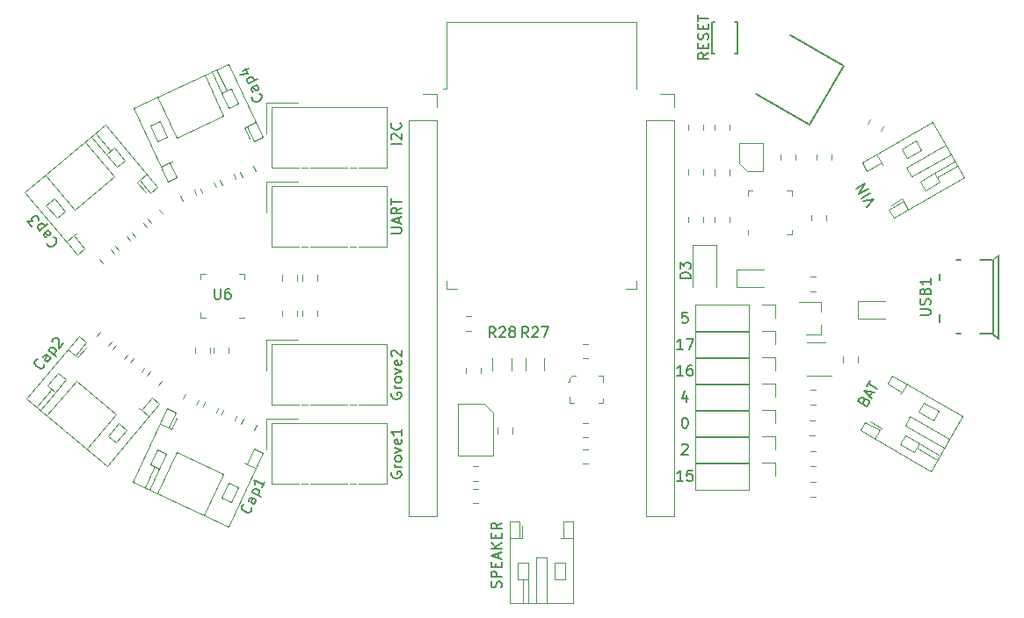
<source format=gbr>
G04 #@! TF.GenerationSoftware,KiCad,Pcbnew,(5.1.2-1)-1*
G04 #@! TF.CreationDate,2019-08-23T12:39:33+12:00*
G04 #@! TF.ProjectId,ccb,6363622e-6b69-4636-9164-5f7063625858,rev?*
G04 #@! TF.SameCoordinates,Original*
G04 #@! TF.FileFunction,Legend,Top*
G04 #@! TF.FilePolarity,Positive*
%FSLAX46Y46*%
G04 Gerber Fmt 4.6, Leading zero omitted, Abs format (unit mm)*
G04 Created by KiCad (PCBNEW (5.1.2-1)-1) date 2019-08-23 12:39:33*
%MOMM*%
%LPD*%
G04 APERTURE LIST*
%ADD10C,0.120000*%
%ADD11C,0.100000*%
%ADD12C,0.127000*%
%ADD13C,0.203200*%
%ADD14C,0.150000*%
G04 APERTURE END LIST*
D10*
X155504011Y-53928000D02*
X155504011Y-57988000D01*
X157774011Y-53928000D02*
X155504011Y-53928000D01*
X157774011Y-57988000D02*
X157774011Y-53928000D01*
D11*
X143668500Y-67080000D02*
X143518500Y-67080000D01*
X143668500Y-66730000D02*
X143668500Y-67080000D01*
X143918500Y-66480000D02*
X143668500Y-66730000D01*
X144218500Y-66480000D02*
X143918500Y-66480000D01*
X146868500Y-66480000D02*
X146868500Y-67130000D01*
X146468500Y-66480000D02*
X146868500Y-66480000D01*
X146868500Y-69180000D02*
X146868500Y-68730000D01*
X146468500Y-69180000D02*
X146868500Y-69180000D01*
X143668500Y-69180000D02*
X143668500Y-68530000D01*
X144068500Y-69180000D02*
X143668500Y-69180000D01*
X184408011Y-55358000D02*
X185018011Y-54853000D01*
D12*
X181318011Y-62478000D02*
X180918291Y-62478000D01*
X184416891Y-62478000D02*
X183243011Y-62478000D01*
X183218011Y-55378000D02*
X184416891Y-55378000D01*
X180910311Y-55378000D02*
X181311631Y-55378000D01*
X179343011Y-57278000D02*
X179343011Y-56653000D01*
X179343011Y-60578000D02*
X179343011Y-61378000D01*
X185018011Y-62978000D02*
X185018011Y-54878000D01*
X184443011Y-62478000D02*
X184443011Y-55378000D01*
X184443011Y-62503000D02*
X185018011Y-62978000D01*
D10*
X135485000Y-69255000D02*
X136285000Y-70055000D01*
X136285000Y-70055000D02*
X136285000Y-74255000D01*
X136285000Y-74255000D02*
X132955000Y-74255000D01*
X132955000Y-74255000D02*
X132955000Y-69255000D01*
X132955000Y-69255000D02*
X135485000Y-69255000D01*
X131850000Y-38815000D02*
X131470000Y-38815000D01*
X131850000Y-32395000D02*
X131850000Y-38815000D01*
X150090000Y-32395000D02*
X150090000Y-38815000D01*
X131850000Y-32395000D02*
X150090000Y-32395000D01*
X150090000Y-58140000D02*
X149090000Y-58140000D01*
X150090000Y-57360000D02*
X150090000Y-58140000D01*
X131850000Y-58140000D02*
X132850000Y-58140000D01*
X131850000Y-57360000D02*
X131850000Y-58140000D01*
X128210000Y-41910000D02*
X130870000Y-41910000D01*
X128210000Y-41910000D02*
X128210000Y-80070000D01*
X128210000Y-80070000D02*
X130870000Y-80070000D01*
X130870000Y-41910000D02*
X130870000Y-80070000D01*
X130870000Y-39310000D02*
X130870000Y-40640000D01*
X129540000Y-39310000D02*
X130870000Y-39310000D01*
X160831000Y-52435000D02*
X160831000Y-52910000D01*
X165051000Y-48690000D02*
X164576000Y-48690000D01*
X165051000Y-49165000D02*
X165051000Y-48690000D01*
X165051000Y-52910000D02*
X164576000Y-52910000D01*
X165051000Y-52435000D02*
X165051000Y-52910000D01*
X160831000Y-48690000D02*
X161306000Y-48690000D01*
X160831000Y-49165000D02*
X160831000Y-48690000D01*
X167892000Y-62540000D02*
X166432000Y-62540000D01*
X167892000Y-59380000D02*
X165732000Y-59380000D01*
X167892000Y-59380000D02*
X167892000Y-60310000D01*
X167892000Y-62540000D02*
X167892000Y-61610000D01*
X112353258Y-42562665D02*
X112607024Y-42444332D01*
X112607024Y-42444332D02*
X113283214Y-43894425D01*
X113283214Y-43894425D02*
X114117017Y-43505616D01*
X114117017Y-43505616D02*
X110812142Y-36418289D01*
X110812142Y-36418289D02*
X101640307Y-40695186D01*
X101640307Y-40695186D02*
X104945182Y-47782513D01*
X104945182Y-47782513D02*
X105778985Y-47393704D01*
X105778985Y-47393704D02*
X105102796Y-45943611D01*
X105102796Y-45943611D02*
X105356562Y-45825278D01*
X108491994Y-37500192D02*
X110334610Y-41451694D01*
X110334610Y-41451694D02*
X105803071Y-43564785D01*
X105803071Y-43564785D02*
X103960455Y-39613283D01*
X113440827Y-42055523D02*
X112607024Y-42444332D01*
X104268993Y-46332420D02*
X105102796Y-45943611D01*
X111754654Y-40237827D02*
X111078465Y-38787734D01*
X111078465Y-38787734D02*
X110172157Y-39210353D01*
X110172157Y-39210353D02*
X110848347Y-40660445D01*
X110848347Y-40660445D02*
X111754654Y-40237827D01*
X103960408Y-43872344D02*
X103284218Y-42422251D01*
X103284218Y-42422251D02*
X104190526Y-41999633D01*
X104190526Y-41999633D02*
X104866715Y-43449726D01*
X104866715Y-43449726D02*
X103960408Y-43872344D01*
X110172157Y-39210353D02*
X109217040Y-37162097D01*
X110625311Y-38999043D02*
X109670194Y-36950788D01*
X112353258Y-42562665D02*
X112866739Y-43663829D01*
X114475000Y-63040000D02*
X117475000Y-63040000D01*
X114475000Y-66040000D02*
X114475000Y-63040000D01*
X122475000Y-69340000D02*
X123075000Y-69340000D01*
X117875000Y-69340000D02*
X118475000Y-69340000D01*
X114975000Y-63490000D02*
X126025000Y-63490000D01*
X114975000Y-69340000D02*
X114975000Y-63490000D01*
X118725000Y-69340000D02*
X122225000Y-69340000D01*
X126025000Y-69340000D02*
X126025000Y-63490000D01*
X114975000Y-69340000D02*
X117625000Y-69340000D01*
X123375000Y-69340000D02*
X126025000Y-69340000D01*
X114475000Y-70660000D02*
X117475000Y-70660000D01*
X114475000Y-73660000D02*
X114475000Y-70660000D01*
X122475000Y-76960000D02*
X123075000Y-76960000D01*
X117875000Y-76960000D02*
X118475000Y-76960000D01*
X114975000Y-71110000D02*
X126025000Y-71110000D01*
X114975000Y-76960000D02*
X114975000Y-71110000D01*
X118725000Y-76960000D02*
X122225000Y-76960000D01*
X126025000Y-76960000D02*
X126025000Y-71110000D01*
X114975000Y-76960000D02*
X117625000Y-76960000D01*
X123375000Y-76960000D02*
X126025000Y-76960000D01*
X114475000Y-47800000D02*
X117475000Y-47800000D01*
X114475000Y-50800000D02*
X114475000Y-47800000D01*
X122475000Y-54100000D02*
X123075000Y-54100000D01*
X117875000Y-54100000D02*
X118475000Y-54100000D01*
X114975000Y-48250000D02*
X126025000Y-48250000D01*
X114975000Y-54100000D02*
X114975000Y-48250000D01*
X118725000Y-54100000D02*
X122225000Y-54100000D01*
X126025000Y-54100000D02*
X126025000Y-48250000D01*
X114975000Y-54100000D02*
X117625000Y-54100000D01*
X123375000Y-54100000D02*
X126025000Y-54100000D01*
X114475000Y-40180000D02*
X117475000Y-40180000D01*
X114475000Y-43180000D02*
X114475000Y-40180000D01*
X122475000Y-46480000D02*
X123075000Y-46480000D01*
X117875000Y-46480000D02*
X118475000Y-46480000D01*
X114975000Y-40630000D02*
X126025000Y-40630000D01*
X114975000Y-46480000D02*
X114975000Y-40630000D01*
X118725000Y-46480000D02*
X122225000Y-46480000D01*
X126025000Y-46480000D02*
X126025000Y-40630000D01*
X114975000Y-46480000D02*
X117625000Y-46480000D01*
X123375000Y-46480000D02*
X126025000Y-46480000D01*
X163509000Y-59630000D02*
X163509000Y-60960000D01*
X162179000Y-59630000D02*
X163509000Y-59630000D01*
X160909000Y-59630000D02*
X160909000Y-62290000D01*
X160909000Y-62290000D02*
X155769000Y-62290000D01*
X160909000Y-59630000D02*
X155769000Y-59630000D01*
X155769000Y-59630000D02*
X155769000Y-62290000D01*
X163509000Y-62170000D02*
X163509000Y-63500000D01*
X162179000Y-62170000D02*
X163509000Y-62170000D01*
X160909000Y-62170000D02*
X160909000Y-64830000D01*
X160909000Y-64830000D02*
X155769000Y-64830000D01*
X160909000Y-62170000D02*
X155769000Y-62170000D01*
X155769000Y-62170000D02*
X155769000Y-64830000D01*
X163509000Y-64710000D02*
X163509000Y-66040000D01*
X162179000Y-64710000D02*
X163509000Y-64710000D01*
X160909000Y-64710000D02*
X160909000Y-67370000D01*
X160909000Y-67370000D02*
X155769000Y-67370000D01*
X160909000Y-64710000D02*
X155769000Y-64710000D01*
X155769000Y-64710000D02*
X155769000Y-67370000D01*
X163509000Y-74870000D02*
X163509000Y-76200000D01*
X162179000Y-74870000D02*
X163509000Y-74870000D01*
X160909000Y-74870000D02*
X160909000Y-77530000D01*
X160909000Y-77530000D02*
X155769000Y-77530000D01*
X160909000Y-74870000D02*
X155769000Y-74870000D01*
X155769000Y-74870000D02*
X155769000Y-77530000D01*
X163509000Y-72330000D02*
X163509000Y-73660000D01*
X162179000Y-72330000D02*
X163509000Y-72330000D01*
X160909000Y-72330000D02*
X160909000Y-74990000D01*
X160909000Y-74990000D02*
X155769000Y-74990000D01*
X160909000Y-72330000D02*
X155769000Y-72330000D01*
X155769000Y-72330000D02*
X155769000Y-74990000D01*
X163509000Y-69790000D02*
X163509000Y-71120000D01*
X162179000Y-69790000D02*
X163509000Y-69790000D01*
X160909000Y-69790000D02*
X160909000Y-72450000D01*
X160909000Y-72450000D02*
X155769000Y-72450000D01*
X160909000Y-69790000D02*
X155769000Y-69790000D01*
X155769000Y-69790000D02*
X155769000Y-72450000D01*
X163509000Y-67250000D02*
X163509000Y-68580000D01*
X162179000Y-67250000D02*
X163509000Y-67250000D01*
X160909000Y-67250000D02*
X160909000Y-69910000D01*
X160909000Y-69910000D02*
X155769000Y-69910000D01*
X160909000Y-67250000D02*
X155769000Y-67250000D01*
X155769000Y-67250000D02*
X155769000Y-69910000D01*
X139094000Y-82182000D02*
X139094000Y-80967000D01*
X139154000Y-86142000D02*
X139154000Y-88402000D01*
X139654000Y-86142000D02*
X139654000Y-88402000D01*
X142254000Y-84542000D02*
X143254000Y-84542000D01*
X142254000Y-86142000D02*
X142254000Y-84542000D01*
X143254000Y-86142000D02*
X142254000Y-86142000D01*
X143254000Y-84542000D02*
X143254000Y-86142000D01*
X139654000Y-84542000D02*
X138654000Y-84542000D01*
X139654000Y-86142000D02*
X139654000Y-84542000D01*
X138654000Y-86142000D02*
X139654000Y-86142000D01*
X138654000Y-84542000D02*
X138654000Y-86142000D01*
X144014000Y-82182000D02*
X143094000Y-82182000D01*
X137894000Y-82182000D02*
X138814000Y-82182000D01*
X141454000Y-84042000D02*
X141454000Y-88402000D01*
X140454000Y-84042000D02*
X141454000Y-84042000D01*
X140454000Y-88402000D02*
X140454000Y-84042000D01*
X143094000Y-82182000D02*
X142814000Y-82182000D01*
X143094000Y-80582000D02*
X143094000Y-82182000D01*
X144014000Y-80582000D02*
X143094000Y-80582000D01*
X144014000Y-88402000D02*
X144014000Y-80582000D01*
X137894000Y-88402000D02*
X144014000Y-88402000D01*
X137894000Y-80582000D02*
X137894000Y-88402000D01*
X138814000Y-80582000D02*
X137894000Y-80582000D01*
X138814000Y-82182000D02*
X138814000Y-80582000D01*
X139094000Y-82182000D02*
X138814000Y-82182000D01*
X105333409Y-71645431D02*
X105846890Y-70544267D01*
X103714219Y-75259767D02*
X102759102Y-77308023D01*
X104167373Y-75471076D02*
X103212256Y-77519332D01*
X110825193Y-76810265D02*
X111731501Y-77232883D01*
X110149004Y-78260357D02*
X110825193Y-76810265D01*
X111055312Y-78682975D02*
X110149004Y-78260357D01*
X111731501Y-77232883D02*
X111055312Y-78682975D01*
X104843562Y-74020984D02*
X103937254Y-73598366D01*
X104167373Y-75471076D02*
X104843562Y-74020984D01*
X103261065Y-75048458D02*
X104167373Y-75471076D01*
X103937254Y-73598366D02*
X103261065Y-75048458D01*
X113417674Y-75415186D02*
X112583871Y-75026377D01*
X104245839Y-71138289D02*
X105079643Y-71527098D01*
X110311456Y-76019016D02*
X108468841Y-79970518D01*
X105779917Y-73905925D02*
X110311456Y-76019016D01*
X103937302Y-77857427D02*
X105779917Y-73905925D01*
X112583871Y-75026377D02*
X112330105Y-74908044D01*
X113260060Y-73576285D02*
X112583871Y-75026377D01*
X114093863Y-73965094D02*
X113260060Y-73576285D01*
X110788989Y-81052421D02*
X114093863Y-73965094D01*
X101617154Y-76775524D02*
X110788989Y-81052421D01*
X104922029Y-69688197D02*
X101617154Y-76775524D01*
X105755832Y-70077006D02*
X104922029Y-69688197D01*
X105079643Y-71527098D02*
X105755832Y-70077006D01*
X105333409Y-71645431D02*
X105079643Y-71527098D01*
X96279212Y-64705449D02*
X97060198Y-63774705D01*
X93779735Y-67777552D02*
X92327035Y-69508813D01*
X94162757Y-68098946D02*
X92710057Y-69830206D01*
X100247111Y-71115673D02*
X101013155Y-71758461D01*
X99218651Y-72341344D02*
X100247111Y-71115673D01*
X99984695Y-72984132D02*
X99218651Y-72341344D01*
X101013155Y-71758461D02*
X99984695Y-72984132D01*
X95191218Y-66873275D02*
X94425173Y-66230487D01*
X94162757Y-68098946D02*
X95191218Y-66873275D01*
X93396713Y-67456158D02*
X94162757Y-68098946D01*
X94425173Y-66230487D02*
X93396713Y-67456158D01*
X103112328Y-70439114D02*
X102407567Y-69847750D01*
X95359958Y-63934104D02*
X96064719Y-64525468D01*
X99955669Y-70218421D02*
X97153115Y-73558375D01*
X96125447Y-67004483D02*
X99955669Y-70218421D01*
X93322893Y-70344436D02*
X96125447Y-67004483D01*
X102407567Y-69847750D02*
X102193075Y-69667769D01*
X103436027Y-68622079D02*
X102407567Y-69847750D01*
X104140788Y-69213443D02*
X103436027Y-68622079D01*
X99114189Y-75203911D02*
X104140788Y-69213443D01*
X91361819Y-68698900D02*
X99114189Y-75203911D01*
X96388418Y-62708433D02*
X91361819Y-68698900D01*
X97093179Y-63299797D02*
X96388418Y-62708433D01*
X96064719Y-64525468D02*
X97093179Y-63299797D01*
X96279212Y-64705449D02*
X96064719Y-64525468D01*
X102041808Y-47853956D02*
X102822795Y-48784700D01*
X99450406Y-44858988D02*
X97997706Y-43127727D01*
X99067384Y-45180382D02*
X97614684Y-43449121D01*
X95039951Y-50648451D02*
X94273907Y-51291238D01*
X94011491Y-49422780D02*
X95039951Y-50648451D01*
X93245446Y-50065567D02*
X94011491Y-49422780D01*
X94273907Y-51291238D02*
X93245446Y-50065567D01*
X100095844Y-46406053D02*
X100861889Y-45763265D01*
X99067384Y-45180382D02*
X100095844Y-46406053D01*
X99833429Y-44537594D02*
X99067384Y-45180382D01*
X100861889Y-45763265D02*
X99833429Y-44537594D01*
X95208692Y-53587622D02*
X95913452Y-52996257D01*
X102961061Y-47082611D02*
X102256300Y-47673976D01*
X95974180Y-50517243D02*
X93171626Y-47177289D01*
X99804403Y-47303305D02*
X95974180Y-50517243D01*
X97001849Y-43963351D02*
X99804403Y-47303305D01*
X95913452Y-52996257D02*
X96127945Y-52816277D01*
X96941913Y-54221928D02*
X95913452Y-52996257D01*
X96237152Y-54813293D02*
X96941913Y-54221928D01*
X91210553Y-48822825D02*
X96237152Y-54813293D01*
X98962922Y-42317815D02*
X91210553Y-48822825D01*
X103989521Y-48308282D02*
X98962922Y-42317815D01*
X103284761Y-48899647D02*
X103989521Y-48308282D01*
X102256300Y-47673976D02*
X103284761Y-48899647D01*
X102041808Y-47853956D02*
X102256300Y-47673976D01*
X173681244Y-71553782D02*
X172629023Y-70946282D01*
X177140704Y-73481820D02*
X179097922Y-74611820D01*
X177390704Y-73048808D02*
X179347922Y-74178808D01*
X177305064Y-69997142D02*
X177805064Y-69131116D01*
X178690704Y-70797142D02*
X177305064Y-69997142D01*
X179190704Y-69931116D02*
X178690704Y-70797142D01*
X177805064Y-69131116D02*
X179190704Y-69931116D01*
X176005064Y-72248808D02*
X175505064Y-73114833D01*
X177390704Y-73048808D02*
X176005064Y-72248808D01*
X176890704Y-73914833D02*
X177390704Y-73048808D01*
X175505064Y-73114833D02*
X176890704Y-73914833D01*
X176141244Y-67292937D02*
X175681244Y-68089680D01*
X173081244Y-72593012D02*
X173541244Y-71796269D01*
X176472051Y-70439962D02*
X180247922Y-72619962D01*
X175972051Y-71305987D02*
X176472051Y-70439962D01*
X179747922Y-73485987D02*
X175972051Y-71305987D01*
X175681244Y-68089680D02*
X175541244Y-68332167D01*
X174295603Y-67289680D02*
X175681244Y-68089680D01*
X174755603Y-66492937D02*
X174295603Y-67289680D01*
X181527922Y-70402937D02*
X174755603Y-66492937D01*
X178467922Y-75703012D02*
X181527922Y-70402937D01*
X171695603Y-71793012D02*
X178467922Y-75703012D01*
X172155603Y-70996269D02*
X171695603Y-71793012D01*
X173541244Y-71796269D02*
X172155603Y-70996269D01*
X173681244Y-71553782D02*
X173541244Y-71796269D01*
X175684244Y-49442782D02*
X174632023Y-50050282D01*
X179083704Y-47410820D02*
X181040922Y-46280820D01*
X178833704Y-46977808D02*
X180790922Y-45847808D01*
X176148064Y-45526142D02*
X175648064Y-44660116D01*
X177533704Y-44726142D02*
X176148064Y-45526142D01*
X177033704Y-43860116D02*
X177533704Y-44726142D01*
X175648064Y-44660116D02*
X177033704Y-43860116D01*
X177448064Y-47777808D02*
X177948064Y-48643833D01*
X178833704Y-46977808D02*
X177448064Y-47777808D01*
X179333704Y-47843833D02*
X178833704Y-46977808D01*
X177948064Y-48643833D02*
X179333704Y-47843833D01*
X173224244Y-45181937D02*
X173684244Y-45978680D01*
X176284244Y-50482012D02*
X175824244Y-49685269D01*
X176115051Y-46468962D02*
X179890922Y-44288962D01*
X176615051Y-47334987D02*
X176115051Y-46468962D01*
X180390922Y-45154987D02*
X176615051Y-47334987D01*
X173684244Y-45978680D02*
X173824244Y-46221167D01*
X172298603Y-46778680D02*
X173684244Y-45978680D01*
X171838603Y-45981937D02*
X172298603Y-46778680D01*
X178610922Y-42071937D02*
X171838603Y-45981937D01*
X181670922Y-47372012D02*
X178610922Y-42071937D01*
X174898603Y-51282012D02*
X181670922Y-47372012D01*
X174438603Y-50485269D02*
X174898603Y-51282012D01*
X175824244Y-49685269D02*
X174438603Y-50485269D01*
X175684244Y-49442782D02*
X175824244Y-49685269D01*
X167342078Y-78180000D02*
X166824922Y-78180000D01*
X167342078Y-76760000D02*
X166824922Y-76760000D01*
X166486000Y-66507000D02*
X168936000Y-66507000D01*
X168286000Y-63287000D02*
X166486000Y-63287000D01*
X169978000Y-65204078D02*
X169978000Y-64686922D01*
X171398000Y-65204078D02*
X171398000Y-64686922D01*
X167312078Y-70833333D02*
X166794922Y-70833333D01*
X167312078Y-72253333D02*
X166794922Y-72253333D01*
X166824922Y-67870000D02*
X167342078Y-67870000D01*
X166824922Y-69290000D02*
X167342078Y-69290000D01*
X166824922Y-73796666D02*
X167342078Y-73796666D01*
X166824922Y-75216666D02*
X167342078Y-75216666D01*
X155119000Y-42803578D02*
X155119000Y-42286422D01*
X156539000Y-42803578D02*
X156539000Y-42286422D01*
X157659000Y-46652922D02*
X157659000Y-47170078D01*
X159079000Y-46652922D02*
X159079000Y-47170078D01*
X159079000Y-42803578D02*
X159079000Y-42286422D01*
X157659000Y-42803578D02*
X157659000Y-42286422D01*
X159079000Y-51176422D02*
X159079000Y-51693578D01*
X157659000Y-51176422D02*
X157659000Y-51693578D01*
X155119000Y-51176422D02*
X155119000Y-51693578D01*
X156539000Y-51176422D02*
X156539000Y-51693578D01*
X167438000Y-45207422D02*
X167438000Y-45724578D01*
X168858000Y-45207422D02*
X168858000Y-45724578D01*
X145419578Y-71045000D02*
X144902422Y-71045000D01*
X145419578Y-72465000D02*
X144902422Y-72465000D01*
X145419578Y-75005000D02*
X144902422Y-75005000D01*
X145419578Y-73585000D02*
X144902422Y-73585000D01*
X116003000Y-56812922D02*
X116003000Y-57330078D01*
X117423000Y-56812922D02*
X117423000Y-57330078D01*
X117423000Y-60789078D02*
X117423000Y-60271922D01*
X116003000Y-60789078D02*
X116003000Y-60271922D01*
X173625839Y-42919834D02*
X173884417Y-42471964D01*
X172396083Y-42209834D02*
X172654661Y-41761964D01*
X117908000Y-60271922D02*
X117908000Y-60789078D01*
X119328000Y-60271922D02*
X119328000Y-60789078D01*
X119328000Y-56812922D02*
X119328000Y-57330078D01*
X117908000Y-56812922D02*
X117908000Y-57330078D01*
X164009000Y-45724578D02*
X164009000Y-45207422D01*
X165429000Y-45724578D02*
X165429000Y-45207422D01*
X155119000Y-47121578D02*
X155119000Y-46604422D01*
X156539000Y-47121578D02*
X156539000Y-46604422D01*
X166930000Y-51566578D02*
X166930000Y-51049422D01*
X168350000Y-51566578D02*
X168350000Y-51049422D01*
X144902422Y-64845000D02*
X145419578Y-64845000D01*
X144902422Y-63425000D02*
X145419578Y-63425000D01*
X107621000Y-63797922D02*
X107621000Y-64315078D01*
X109041000Y-63797922D02*
X109041000Y-64315078D01*
X166824922Y-56948000D02*
X167342078Y-56948000D01*
X166824922Y-58368000D02*
X167342078Y-58368000D01*
X109399000Y-63797922D02*
X109399000Y-64315078D01*
X110819000Y-63797922D02*
X110819000Y-64315078D01*
X106420037Y-68728956D02*
X106638596Y-68260254D01*
X107706994Y-69329074D02*
X107925553Y-68860372D01*
X108325037Y-69490956D02*
X108543596Y-69022254D01*
X109611994Y-70091074D02*
X109830553Y-69622372D01*
X111389994Y-70853074D02*
X111608553Y-70384372D01*
X110103037Y-70252956D02*
X110321596Y-69784254D01*
X112008037Y-71141956D02*
X112226596Y-70673254D01*
X113294994Y-71742074D02*
X113513553Y-71273372D01*
X104042068Y-67412628D02*
X104374489Y-67016464D01*
X102954285Y-66499870D02*
X103286706Y-66103706D01*
X102391068Y-66142628D02*
X102723489Y-65746464D01*
X101303285Y-65229870D02*
X101635706Y-64833706D01*
X99652285Y-63959870D02*
X99984706Y-63563706D01*
X100740068Y-64872628D02*
X101072489Y-64476464D01*
X99216068Y-63602628D02*
X99548489Y-63206464D01*
X98128285Y-62689870D02*
X98460706Y-62293706D01*
X99437681Y-54336539D02*
X99770102Y-54732703D01*
X98349898Y-55249297D02*
X98682319Y-55645461D01*
X99873898Y-53979297D02*
X100206319Y-54375461D01*
X100961681Y-53066539D02*
X101294102Y-53462703D01*
X102612681Y-51796539D02*
X102945102Y-52192703D01*
X101524898Y-52709297D02*
X101857319Y-53105461D01*
X104104294Y-50482706D02*
X104436715Y-50878870D01*
X103016511Y-51395464D02*
X103348932Y-51791628D01*
X106196447Y-49175372D02*
X106415006Y-49644074D01*
X107483404Y-48575254D02*
X107701963Y-49043956D01*
X109373199Y-47852590D02*
X109591758Y-48321292D01*
X108086242Y-48452708D02*
X108304801Y-48921410D01*
X110006447Y-47651372D02*
X110225006Y-48120074D01*
X111293404Y-47051254D02*
X111511963Y-47519956D01*
X113198404Y-46289254D02*
X113416963Y-46757956D01*
X111911447Y-46889372D02*
X112130006Y-47358074D01*
D12*
X157406340Y-35407600D02*
X157632400Y-35407600D01*
X157373320Y-32410400D02*
X157373320Y-35407600D01*
X159872680Y-35407600D02*
X159872680Y-32410400D01*
X157424120Y-32410400D02*
X157624780Y-32410400D01*
X159821880Y-32410400D02*
X159621220Y-32410400D01*
X159821880Y-35407600D02*
X159621220Y-35407600D01*
D10*
X162328000Y-46816000D02*
X160798000Y-46816000D01*
X162328000Y-44116000D02*
X162328000Y-46816000D01*
X159998000Y-44116000D02*
X162328000Y-44116000D01*
X159998000Y-46016000D02*
X159998000Y-44116000D01*
X160798000Y-46816000D02*
X159998000Y-46016000D01*
X111856000Y-60926000D02*
X112331000Y-60926000D01*
X108111000Y-56706000D02*
X108111000Y-57181000D01*
X108586000Y-56706000D02*
X108111000Y-56706000D01*
X112331000Y-56706000D02*
X112331000Y-57181000D01*
X111856000Y-56706000D02*
X112331000Y-56706000D01*
X108111000Y-60926000D02*
X108111000Y-60451000D01*
X108586000Y-60926000D02*
X108111000Y-60926000D01*
D13*
X166821419Y-42305148D02*
X161630117Y-39307948D01*
X170098019Y-36629911D02*
X166821419Y-42305148D01*
X164906717Y-33632711D02*
X170098019Y-36629911D01*
D10*
X133677922Y-62178000D02*
X134195078Y-62178000D01*
X133677922Y-60758000D02*
X134195078Y-60758000D01*
X136704000Y-72062078D02*
X136704000Y-71544922D01*
X138124000Y-72062078D02*
X138124000Y-71544922D01*
X134878578Y-75236000D02*
X134361422Y-75236000D01*
X134878578Y-76656000D02*
X134361422Y-76656000D01*
X134878578Y-78815000D02*
X134361422Y-78815000D01*
X134878578Y-77395000D02*
X134361422Y-77395000D01*
X141245000Y-66007064D02*
X141245000Y-64802936D01*
X139425000Y-66007064D02*
X139425000Y-64802936D01*
X136250000Y-64802936D02*
X136250000Y-66007064D01*
X138070000Y-64802936D02*
X138070000Y-66007064D01*
X152400000Y-39310000D02*
X153730000Y-39310000D01*
X153730000Y-39310000D02*
X153730000Y-40640000D01*
X153730000Y-41910000D02*
X153730000Y-80070000D01*
X151070000Y-80070000D02*
X153730000Y-80070000D01*
X151070000Y-41910000D02*
X151070000Y-80070000D01*
X151070000Y-41910000D02*
X153730000Y-41910000D01*
X159790000Y-56300000D02*
X159790000Y-58000000D01*
X159790000Y-58000000D02*
X162340000Y-58000000D01*
X159790000Y-56300000D02*
X162340000Y-56300000D01*
X171474000Y-59348000D02*
X171474000Y-61048000D01*
X171474000Y-61048000D02*
X174024000Y-61048000D01*
X171474000Y-59348000D02*
X174024000Y-59348000D01*
X135076000Y-65781422D02*
X135076000Y-66298578D01*
X133656000Y-65781422D02*
X133656000Y-66298578D01*
D14*
X155313391Y-57126095D02*
X154313391Y-57126095D01*
X154313391Y-56888000D01*
X154361011Y-56745142D01*
X154456249Y-56649904D01*
X154551487Y-56602285D01*
X154741963Y-56554666D01*
X154884820Y-56554666D01*
X155075296Y-56602285D01*
X155170534Y-56649904D01*
X155265772Y-56745142D01*
X155313391Y-56888000D01*
X155313391Y-57126095D01*
X154313391Y-56221333D02*
X154313391Y-55602285D01*
X154694344Y-55935619D01*
X154694344Y-55792761D01*
X154741963Y-55697523D01*
X154789582Y-55649904D01*
X154884820Y-55602285D01*
X155122915Y-55602285D01*
X155218153Y-55649904D01*
X155265772Y-55697523D01*
X155313391Y-55792761D01*
X155313391Y-56078476D01*
X155265772Y-56173714D01*
X155218153Y-56221333D01*
X177427391Y-60664095D02*
X178236915Y-60664095D01*
X178332153Y-60616476D01*
X178379772Y-60568857D01*
X178427391Y-60473619D01*
X178427391Y-60283142D01*
X178379772Y-60187904D01*
X178332153Y-60140285D01*
X178236915Y-60092666D01*
X177427391Y-60092666D01*
X178379772Y-59664095D02*
X178427391Y-59521238D01*
X178427391Y-59283142D01*
X178379772Y-59187904D01*
X178332153Y-59140285D01*
X178236915Y-59092666D01*
X178141677Y-59092666D01*
X178046439Y-59140285D01*
X177998820Y-59187904D01*
X177951201Y-59283142D01*
X177903582Y-59473619D01*
X177855963Y-59568857D01*
X177808344Y-59616476D01*
X177713106Y-59664095D01*
X177617868Y-59664095D01*
X177522630Y-59616476D01*
X177475011Y-59568857D01*
X177427391Y-59473619D01*
X177427391Y-59235523D01*
X177475011Y-59092666D01*
X177903582Y-58330761D02*
X177951201Y-58187904D01*
X177998820Y-58140285D01*
X178094058Y-58092666D01*
X178236915Y-58092666D01*
X178332153Y-58140285D01*
X178379772Y-58187904D01*
X178427391Y-58283142D01*
X178427391Y-58664095D01*
X177427391Y-58664095D01*
X177427391Y-58330761D01*
X177475011Y-58235523D01*
X177522630Y-58187904D01*
X177617868Y-58140285D01*
X177713106Y-58140285D01*
X177808344Y-58187904D01*
X177855963Y-58235523D01*
X177903582Y-58330761D01*
X177903582Y-58664095D01*
X178427391Y-57140285D02*
X178427391Y-57711714D01*
X178427391Y-57426000D02*
X177427391Y-57426000D01*
X177570249Y-57521238D01*
X177665487Y-57616476D01*
X177713106Y-57711714D01*
X113806487Y-39301108D02*
X113869769Y-39324141D01*
X113973301Y-39433489D01*
X114013550Y-39519804D01*
X114030767Y-39669401D01*
X113984701Y-39795966D01*
X113918511Y-39879373D01*
X113766005Y-40003029D01*
X113636533Y-40063403D01*
X113443778Y-40100744D01*
X113337338Y-40097836D01*
X113210774Y-40051770D01*
X113107242Y-39942422D01*
X113066993Y-39856107D01*
X113049777Y-39706510D01*
X113072809Y-39643228D01*
X113530558Y-38484024D02*
X113055825Y-38705395D01*
X112989635Y-38788802D01*
X112986727Y-38895242D01*
X113067225Y-39067872D01*
X113150632Y-39134062D01*
X113487400Y-38504149D02*
X113570807Y-38570339D01*
X113671431Y-38786126D01*
X113668523Y-38892566D01*
X113602332Y-38975973D01*
X113516017Y-39016222D01*
X113409577Y-39013314D01*
X113326171Y-38947124D01*
X113225547Y-38731336D01*
X113142140Y-38665146D01*
X112725106Y-38334194D02*
X113631414Y-37911576D01*
X112768263Y-38314070D02*
X112684857Y-38247879D01*
X112604358Y-38075249D01*
X112607266Y-37968809D01*
X112630299Y-37905527D01*
X112696489Y-37822120D01*
X112955434Y-37701372D01*
X113061874Y-37704280D01*
X113125156Y-37727313D01*
X113208563Y-37793504D01*
X113289062Y-37966134D01*
X113286154Y-38072573D01*
X112161615Y-37125784D02*
X112765820Y-36844038D01*
X111916978Y-37502569D02*
X112664964Y-37416486D01*
X112403343Y-36855439D01*
X126536000Y-68207714D02*
X126488380Y-68302952D01*
X126488380Y-68445809D01*
X126536000Y-68588666D01*
X126631238Y-68683904D01*
X126726476Y-68731523D01*
X126916952Y-68779142D01*
X127059809Y-68779142D01*
X127250285Y-68731523D01*
X127345523Y-68683904D01*
X127440761Y-68588666D01*
X127488380Y-68445809D01*
X127488380Y-68350571D01*
X127440761Y-68207714D01*
X127393142Y-68160095D01*
X127059809Y-68160095D01*
X127059809Y-68350571D01*
X127488380Y-67731523D02*
X126821714Y-67731523D01*
X127012190Y-67731523D02*
X126916952Y-67683904D01*
X126869333Y-67636285D01*
X126821714Y-67541047D01*
X126821714Y-67445809D01*
X127488380Y-66969619D02*
X127440761Y-67064857D01*
X127393142Y-67112476D01*
X127297904Y-67160095D01*
X127012190Y-67160095D01*
X126916952Y-67112476D01*
X126869333Y-67064857D01*
X126821714Y-66969619D01*
X126821714Y-66826761D01*
X126869333Y-66731523D01*
X126916952Y-66683904D01*
X127012190Y-66636285D01*
X127297904Y-66636285D01*
X127393142Y-66683904D01*
X127440761Y-66731523D01*
X127488380Y-66826761D01*
X127488380Y-66969619D01*
X126821714Y-66302952D02*
X127488380Y-66064857D01*
X126821714Y-65826761D01*
X127440761Y-65064857D02*
X127488380Y-65160095D01*
X127488380Y-65350571D01*
X127440761Y-65445809D01*
X127345523Y-65493428D01*
X126964571Y-65493428D01*
X126869333Y-65445809D01*
X126821714Y-65350571D01*
X126821714Y-65160095D01*
X126869333Y-65064857D01*
X126964571Y-65017238D01*
X127059809Y-65017238D01*
X127155047Y-65493428D01*
X126583619Y-64636285D02*
X126536000Y-64588666D01*
X126488380Y-64493428D01*
X126488380Y-64255333D01*
X126536000Y-64160095D01*
X126583619Y-64112476D01*
X126678857Y-64064857D01*
X126774095Y-64064857D01*
X126916952Y-64112476D01*
X127488380Y-64683904D01*
X127488380Y-64064857D01*
X126536000Y-75827714D02*
X126488380Y-75922952D01*
X126488380Y-76065809D01*
X126536000Y-76208666D01*
X126631238Y-76303904D01*
X126726476Y-76351523D01*
X126916952Y-76399142D01*
X127059809Y-76399142D01*
X127250285Y-76351523D01*
X127345523Y-76303904D01*
X127440761Y-76208666D01*
X127488380Y-76065809D01*
X127488380Y-75970571D01*
X127440761Y-75827714D01*
X127393142Y-75780095D01*
X127059809Y-75780095D01*
X127059809Y-75970571D01*
X127488380Y-75351523D02*
X126821714Y-75351523D01*
X127012190Y-75351523D02*
X126916952Y-75303904D01*
X126869333Y-75256285D01*
X126821714Y-75161047D01*
X126821714Y-75065809D01*
X127488380Y-74589619D02*
X127440761Y-74684857D01*
X127393142Y-74732476D01*
X127297904Y-74780095D01*
X127012190Y-74780095D01*
X126916952Y-74732476D01*
X126869333Y-74684857D01*
X126821714Y-74589619D01*
X126821714Y-74446761D01*
X126869333Y-74351523D01*
X126916952Y-74303904D01*
X127012190Y-74256285D01*
X127297904Y-74256285D01*
X127393142Y-74303904D01*
X127440761Y-74351523D01*
X127488380Y-74446761D01*
X127488380Y-74589619D01*
X126821714Y-73922952D02*
X127488380Y-73684857D01*
X126821714Y-73446761D01*
X127440761Y-72684857D02*
X127488380Y-72780095D01*
X127488380Y-72970571D01*
X127440761Y-73065809D01*
X127345523Y-73113428D01*
X126964571Y-73113428D01*
X126869333Y-73065809D01*
X126821714Y-72970571D01*
X126821714Y-72780095D01*
X126869333Y-72684857D01*
X126964571Y-72637238D01*
X127059809Y-72637238D01*
X127155047Y-73113428D01*
X127488380Y-71684857D02*
X127488380Y-72256285D01*
X127488380Y-71970571D02*
X126488380Y-71970571D01*
X126631238Y-72065809D01*
X126726476Y-72161047D01*
X126774095Y-72256285D01*
X126488380Y-52777238D02*
X127297904Y-52777238D01*
X127393142Y-52729619D01*
X127440761Y-52682000D01*
X127488380Y-52586761D01*
X127488380Y-52396285D01*
X127440761Y-52301047D01*
X127393142Y-52253428D01*
X127297904Y-52205809D01*
X126488380Y-52205809D01*
X127202666Y-51777238D02*
X127202666Y-51301047D01*
X127488380Y-51872476D02*
X126488380Y-51539142D01*
X127488380Y-51205809D01*
X127488380Y-50301047D02*
X127012190Y-50634380D01*
X127488380Y-50872476D02*
X126488380Y-50872476D01*
X126488380Y-50491523D01*
X126536000Y-50396285D01*
X126583619Y-50348666D01*
X126678857Y-50301047D01*
X126821714Y-50301047D01*
X126916952Y-50348666D01*
X126964571Y-50396285D01*
X127012190Y-50491523D01*
X127012190Y-50872476D01*
X126488380Y-50015333D02*
X126488380Y-49443904D01*
X127488380Y-49729619D02*
X126488380Y-49729619D01*
X127452380Y-44156190D02*
X126452380Y-44156190D01*
X126547619Y-43727619D02*
X126500000Y-43680000D01*
X126452380Y-43584761D01*
X126452380Y-43346666D01*
X126500000Y-43251428D01*
X126547619Y-43203809D01*
X126642857Y-43156190D01*
X126738095Y-43156190D01*
X126880952Y-43203809D01*
X127452380Y-43775238D01*
X127452380Y-43156190D01*
X127357142Y-42156190D02*
X127404761Y-42203809D01*
X127452380Y-42346666D01*
X127452380Y-42441904D01*
X127404761Y-42584761D01*
X127309523Y-42680000D01*
X127214285Y-42727619D01*
X127023809Y-42775238D01*
X126880952Y-42775238D01*
X126690476Y-42727619D01*
X126595238Y-42680000D01*
X126500000Y-42584761D01*
X126452380Y-42441904D01*
X126452380Y-42346666D01*
X126500000Y-42203809D01*
X126547619Y-42156190D01*
X155007095Y-60412380D02*
X154530904Y-60412380D01*
X154483285Y-60888571D01*
X154530904Y-60840952D01*
X154626142Y-60793333D01*
X154864238Y-60793333D01*
X154959476Y-60840952D01*
X155007095Y-60888571D01*
X155054714Y-60983809D01*
X155054714Y-61221904D01*
X155007095Y-61317142D01*
X154959476Y-61364761D01*
X154864238Y-61412380D01*
X154626142Y-61412380D01*
X154530904Y-61364761D01*
X154483285Y-61317142D01*
X154578523Y-63952380D02*
X154007095Y-63952380D01*
X154292809Y-63952380D02*
X154292809Y-62952380D01*
X154197571Y-63095238D01*
X154102333Y-63190476D01*
X154007095Y-63238095D01*
X154911857Y-62952380D02*
X155578523Y-62952380D01*
X155149952Y-63952380D01*
X154578523Y-66492380D02*
X154007095Y-66492380D01*
X154292809Y-66492380D02*
X154292809Y-65492380D01*
X154197571Y-65635238D01*
X154102333Y-65730476D01*
X154007095Y-65778095D01*
X155435666Y-65492380D02*
X155245190Y-65492380D01*
X155149952Y-65540000D01*
X155102333Y-65587619D01*
X155007095Y-65730476D01*
X154959476Y-65920952D01*
X154959476Y-66301904D01*
X155007095Y-66397142D01*
X155054714Y-66444761D01*
X155149952Y-66492380D01*
X155340428Y-66492380D01*
X155435666Y-66444761D01*
X155483285Y-66397142D01*
X155530904Y-66301904D01*
X155530904Y-66063809D01*
X155483285Y-65968571D01*
X155435666Y-65920952D01*
X155340428Y-65873333D01*
X155149952Y-65873333D01*
X155054714Y-65920952D01*
X155007095Y-65968571D01*
X154959476Y-66063809D01*
X154578523Y-76652380D02*
X154007095Y-76652380D01*
X154292809Y-76652380D02*
X154292809Y-75652380D01*
X154197571Y-75795238D01*
X154102333Y-75890476D01*
X154007095Y-75938095D01*
X155483285Y-75652380D02*
X155007095Y-75652380D01*
X154959476Y-76128571D01*
X155007095Y-76080952D01*
X155102333Y-76033333D01*
X155340428Y-76033333D01*
X155435666Y-76080952D01*
X155483285Y-76128571D01*
X155530904Y-76223809D01*
X155530904Y-76461904D01*
X155483285Y-76557142D01*
X155435666Y-76604761D01*
X155340428Y-76652380D01*
X155102333Y-76652380D01*
X155007095Y-76604761D01*
X154959476Y-76557142D01*
X154483285Y-73207619D02*
X154530904Y-73160000D01*
X154626142Y-73112380D01*
X154864238Y-73112380D01*
X154959476Y-73160000D01*
X155007095Y-73207619D01*
X155054714Y-73302857D01*
X155054714Y-73398095D01*
X155007095Y-73540952D01*
X154435666Y-74112380D01*
X155054714Y-74112380D01*
X154721380Y-70572380D02*
X154816619Y-70572380D01*
X154911857Y-70620000D01*
X154959476Y-70667619D01*
X155007095Y-70762857D01*
X155054714Y-70953333D01*
X155054714Y-71191428D01*
X155007095Y-71381904D01*
X154959476Y-71477142D01*
X154911857Y-71524761D01*
X154816619Y-71572380D01*
X154721380Y-71572380D01*
X154626142Y-71524761D01*
X154578523Y-71477142D01*
X154530904Y-71381904D01*
X154483285Y-71191428D01*
X154483285Y-70953333D01*
X154530904Y-70762857D01*
X154578523Y-70667619D01*
X154626142Y-70620000D01*
X154721380Y-70572380D01*
X154959476Y-68365714D02*
X154959476Y-69032380D01*
X154721380Y-67984761D02*
X154483285Y-68699047D01*
X155102333Y-68699047D01*
X137056761Y-86939047D02*
X137104380Y-86796190D01*
X137104380Y-86558095D01*
X137056761Y-86462857D01*
X137009142Y-86415238D01*
X136913904Y-86367619D01*
X136818666Y-86367619D01*
X136723428Y-86415238D01*
X136675809Y-86462857D01*
X136628190Y-86558095D01*
X136580571Y-86748571D01*
X136532952Y-86843809D01*
X136485333Y-86891428D01*
X136390095Y-86939047D01*
X136294857Y-86939047D01*
X136199619Y-86891428D01*
X136152000Y-86843809D01*
X136104380Y-86748571D01*
X136104380Y-86510476D01*
X136152000Y-86367619D01*
X137104380Y-85939047D02*
X136104380Y-85939047D01*
X136104380Y-85558095D01*
X136152000Y-85462857D01*
X136199619Y-85415238D01*
X136294857Y-85367619D01*
X136437714Y-85367619D01*
X136532952Y-85415238D01*
X136580571Y-85462857D01*
X136628190Y-85558095D01*
X136628190Y-85939047D01*
X136580571Y-84939047D02*
X136580571Y-84605714D01*
X137104380Y-84462857D02*
X137104380Y-84939047D01*
X136104380Y-84939047D01*
X136104380Y-84462857D01*
X136818666Y-84081904D02*
X136818666Y-83605714D01*
X137104380Y-84177142D02*
X136104380Y-83843809D01*
X137104380Y-83510476D01*
X137104380Y-83177142D02*
X136104380Y-83177142D01*
X137104380Y-82605714D02*
X136532952Y-83034285D01*
X136104380Y-82605714D02*
X136675809Y-83177142D01*
X136580571Y-82177142D02*
X136580571Y-81843809D01*
X137104380Y-81700952D02*
X137104380Y-82177142D01*
X136104380Y-82177142D01*
X136104380Y-81700952D01*
X137104380Y-80700952D02*
X136628190Y-81034285D01*
X137104380Y-81272380D02*
X136104380Y-81272380D01*
X136104380Y-80891428D01*
X136152000Y-80796190D01*
X136199619Y-80748571D01*
X136294857Y-80700952D01*
X136437714Y-80700952D01*
X136532952Y-80748571D01*
X136580571Y-80796190D01*
X136628190Y-80891428D01*
X136628190Y-81272380D01*
X113027876Y-79226979D02*
X113050908Y-79290261D01*
X113033692Y-79439858D01*
X112993443Y-79526173D01*
X112889911Y-79635521D01*
X112763347Y-79681587D01*
X112656907Y-79684495D01*
X112464152Y-79647154D01*
X112334680Y-79586780D01*
X112182174Y-79463123D01*
X112115984Y-79379716D01*
X112069918Y-79253152D01*
X112087135Y-79103555D01*
X112127384Y-79017240D01*
X112230916Y-78907892D01*
X112294198Y-78884859D01*
X113476435Y-78490393D02*
X113001702Y-78269021D01*
X112895262Y-78271929D01*
X112811856Y-78338120D01*
X112731357Y-78510750D01*
X112734265Y-78617190D01*
X113433277Y-78470268D02*
X113436185Y-78576708D01*
X113335562Y-78792495D01*
X113252155Y-78858686D01*
X113145715Y-78861594D01*
X113059400Y-78821345D01*
X112993210Y-78737938D01*
X112990302Y-78631498D01*
X113090925Y-78415710D01*
X113088017Y-78309271D01*
X113073476Y-77777072D02*
X113979784Y-78199690D01*
X113116634Y-77797197D02*
X113113726Y-77690757D01*
X113194224Y-77518127D01*
X113277631Y-77451937D01*
X113340914Y-77428904D01*
X113447353Y-77425996D01*
X113706298Y-77546744D01*
X113772489Y-77630151D01*
X113795522Y-77693433D01*
X113798430Y-77799873D01*
X113717931Y-77972503D01*
X113634524Y-78038693D01*
X114281422Y-76764092D02*
X114039926Y-77281982D01*
X114160674Y-77023037D02*
X113254366Y-76600419D01*
X113343589Y-76747108D01*
X113389655Y-76873672D01*
X113392563Y-76980112D01*
X93056886Y-65439328D02*
X93062755Y-65506416D01*
X93007407Y-65646460D01*
X92946189Y-65719416D01*
X92817884Y-65798242D01*
X92683709Y-65809981D01*
X92580144Y-65785241D01*
X92403622Y-65699284D01*
X92294187Y-65607457D01*
X92178882Y-65448543D01*
X92136535Y-65350847D01*
X92124796Y-65216672D01*
X92180144Y-65076629D01*
X92241362Y-65003672D01*
X92369667Y-64924846D01*
X92436755Y-64918977D01*
X93680803Y-64843937D02*
X93279542Y-64507238D01*
X93175976Y-64482499D01*
X93078280Y-64524847D01*
X92955844Y-64670760D01*
X92931105Y-64774325D01*
X93644325Y-64813328D02*
X93619585Y-64916893D01*
X93466541Y-65099285D01*
X93368845Y-65141633D01*
X93265279Y-65116893D01*
X93192322Y-65055675D01*
X93149975Y-64957979D01*
X93174714Y-64854413D01*
X93327759Y-64672022D01*
X93352498Y-64568456D01*
X93476196Y-64050629D02*
X94242241Y-64693416D01*
X93512675Y-64081238D02*
X93537414Y-63977672D01*
X93659850Y-63831759D01*
X93757546Y-63789411D01*
X93824633Y-63783542D01*
X93928199Y-63808281D01*
X94147069Y-63991935D01*
X94189416Y-64089631D01*
X94195286Y-64156718D01*
X94170546Y-64260284D01*
X94048110Y-64406197D01*
X93950414Y-64448545D01*
X93844766Y-63240974D02*
X93838896Y-63173887D01*
X93863636Y-63070322D01*
X94016680Y-62887930D01*
X94114377Y-62845582D01*
X94181464Y-62839713D01*
X94285029Y-62864453D01*
X94357986Y-62925670D01*
X94436812Y-63053976D01*
X94507244Y-63859022D01*
X94905161Y-63384804D01*
X93926288Y-53169194D02*
X93993375Y-53175064D01*
X94121680Y-53253890D01*
X94182898Y-53326846D01*
X94238247Y-53466890D01*
X94226508Y-53601065D01*
X94184160Y-53698761D01*
X94068856Y-53857675D01*
X93959421Y-53949502D01*
X93782899Y-54035459D01*
X93679333Y-54060199D01*
X93545159Y-54048460D01*
X93416854Y-53969634D01*
X93355636Y-53896677D01*
X93300287Y-53756634D01*
X93306157Y-53689546D01*
X93448284Y-52451367D02*
X93047022Y-52788065D01*
X93004675Y-52885761D01*
X93029414Y-52989327D01*
X93151850Y-53135240D01*
X93249546Y-53177588D01*
X93411805Y-52481976D02*
X93509501Y-52524324D01*
X93662546Y-52706715D01*
X93687286Y-52810281D01*
X93644938Y-52907977D01*
X93571981Y-52969195D01*
X93468416Y-52993934D01*
X93370720Y-52951587D01*
X93217675Y-52769195D01*
X93119979Y-52726847D01*
X92631498Y-52515109D02*
X93397542Y-51872321D01*
X92667976Y-52484500D02*
X92570280Y-52442152D01*
X92447844Y-52296239D01*
X92423105Y-52192674D01*
X92428974Y-52125586D01*
X92471322Y-52027890D01*
X92690192Y-51844237D01*
X92793757Y-51819497D01*
X92860845Y-51825366D01*
X92958541Y-51867714D01*
X93080976Y-52013627D01*
X93105716Y-52117193D01*
X91855798Y-52109240D02*
X91457882Y-51635022D01*
X91963971Y-51645499D01*
X91872144Y-51536064D01*
X91847404Y-51432499D01*
X91853274Y-51365411D01*
X91895622Y-51267715D01*
X92078013Y-51114670D01*
X92181579Y-51089931D01*
X92248666Y-51095800D01*
X92346362Y-51138148D01*
X92530016Y-51357018D01*
X92554755Y-51460583D01*
X92548886Y-51527671D01*
X172035093Y-68929494D02*
X172147761Y-68829586D01*
X172212810Y-68812156D01*
X172319098Y-68818536D01*
X172442816Y-68889965D01*
X172501485Y-68978823D01*
X172518915Y-69043872D01*
X172512535Y-69150160D01*
X172322059Y-69480074D01*
X171456033Y-68980074D01*
X171622700Y-68691399D01*
X171711558Y-68632730D01*
X171776607Y-68615300D01*
X171882895Y-68621680D01*
X171965374Y-68669299D01*
X172024043Y-68758157D01*
X172041473Y-68823206D01*
X172035093Y-68929494D01*
X171868426Y-69218170D01*
X172550813Y-68512431D02*
X172788908Y-68100038D01*
X172750630Y-68737767D02*
X172051271Y-67949092D01*
X173083963Y-68160417D01*
X172313176Y-67495459D02*
X172598890Y-67000588D01*
X173322059Y-67748024D02*
X172456033Y-67248024D01*
X172285367Y-50244313D02*
X172984725Y-49455638D01*
X171952033Y-49666963D01*
X172651392Y-48878288D02*
X171785367Y-49378288D01*
X172413297Y-48465895D02*
X171547271Y-48965895D01*
X172127582Y-47971023D01*
X171261557Y-48471023D01*
X157043380Y-35361380D02*
X156567190Y-35694714D01*
X157043380Y-35932809D02*
X156043380Y-35932809D01*
X156043380Y-35551857D01*
X156091000Y-35456619D01*
X156138619Y-35409000D01*
X156233857Y-35361380D01*
X156376714Y-35361380D01*
X156471952Y-35409000D01*
X156519571Y-35456619D01*
X156567190Y-35551857D01*
X156567190Y-35932809D01*
X156519571Y-34932809D02*
X156519571Y-34599476D01*
X157043380Y-34456619D02*
X157043380Y-34932809D01*
X156043380Y-34932809D01*
X156043380Y-34456619D01*
X156995761Y-34075666D02*
X157043380Y-33932809D01*
X157043380Y-33694714D01*
X156995761Y-33599476D01*
X156948142Y-33551857D01*
X156852904Y-33504238D01*
X156757666Y-33504238D01*
X156662428Y-33551857D01*
X156614809Y-33599476D01*
X156567190Y-33694714D01*
X156519571Y-33885190D01*
X156471952Y-33980428D01*
X156424333Y-34028047D01*
X156329095Y-34075666D01*
X156233857Y-34075666D01*
X156138619Y-34028047D01*
X156091000Y-33980428D01*
X156043380Y-33885190D01*
X156043380Y-33647095D01*
X156091000Y-33504238D01*
X156519571Y-33075666D02*
X156519571Y-32742333D01*
X157043380Y-32599476D02*
X157043380Y-33075666D01*
X156043380Y-33075666D01*
X156043380Y-32599476D01*
X156043380Y-32313761D02*
X156043380Y-31742333D01*
X157043380Y-32028047D02*
X156043380Y-32028047D01*
X109459095Y-58126380D02*
X109459095Y-58935904D01*
X109506714Y-59031142D01*
X109554333Y-59078761D01*
X109649571Y-59126380D01*
X109840047Y-59126380D01*
X109935285Y-59078761D01*
X109982904Y-59031142D01*
X110030523Y-58935904D01*
X110030523Y-58126380D01*
X110935285Y-58126380D02*
X110744809Y-58126380D01*
X110649571Y-58174000D01*
X110601952Y-58221619D01*
X110506714Y-58364476D01*
X110459095Y-58554952D01*
X110459095Y-58935904D01*
X110506714Y-59031142D01*
X110554333Y-59078761D01*
X110649571Y-59126380D01*
X110840047Y-59126380D01*
X110935285Y-59078761D01*
X110982904Y-59031142D01*
X111030523Y-58935904D01*
X111030523Y-58697809D01*
X110982904Y-58602571D01*
X110935285Y-58554952D01*
X110840047Y-58507333D01*
X110649571Y-58507333D01*
X110554333Y-58554952D01*
X110506714Y-58602571D01*
X110459095Y-58697809D01*
X139692142Y-62809380D02*
X139358809Y-62333190D01*
X139120714Y-62809380D02*
X139120714Y-61809380D01*
X139501666Y-61809380D01*
X139596904Y-61857000D01*
X139644523Y-61904619D01*
X139692142Y-61999857D01*
X139692142Y-62142714D01*
X139644523Y-62237952D01*
X139596904Y-62285571D01*
X139501666Y-62333190D01*
X139120714Y-62333190D01*
X140073095Y-61904619D02*
X140120714Y-61857000D01*
X140215952Y-61809380D01*
X140454047Y-61809380D01*
X140549285Y-61857000D01*
X140596904Y-61904619D01*
X140644523Y-61999857D01*
X140644523Y-62095095D01*
X140596904Y-62237952D01*
X140025476Y-62809380D01*
X140644523Y-62809380D01*
X140977857Y-61809380D02*
X141644523Y-61809380D01*
X141215952Y-62809380D01*
X136517142Y-62809380D02*
X136183809Y-62333190D01*
X135945714Y-62809380D02*
X135945714Y-61809380D01*
X136326666Y-61809380D01*
X136421904Y-61857000D01*
X136469523Y-61904619D01*
X136517142Y-61999857D01*
X136517142Y-62142714D01*
X136469523Y-62237952D01*
X136421904Y-62285571D01*
X136326666Y-62333190D01*
X135945714Y-62333190D01*
X136898095Y-61904619D02*
X136945714Y-61857000D01*
X137040952Y-61809380D01*
X137279047Y-61809380D01*
X137374285Y-61857000D01*
X137421904Y-61904619D01*
X137469523Y-61999857D01*
X137469523Y-62095095D01*
X137421904Y-62237952D01*
X136850476Y-62809380D01*
X137469523Y-62809380D01*
X138040952Y-62237952D02*
X137945714Y-62190333D01*
X137898095Y-62142714D01*
X137850476Y-62047476D01*
X137850476Y-61999857D01*
X137898095Y-61904619D01*
X137945714Y-61857000D01*
X138040952Y-61809380D01*
X138231428Y-61809380D01*
X138326666Y-61857000D01*
X138374285Y-61904619D01*
X138421904Y-61999857D01*
X138421904Y-62047476D01*
X138374285Y-62142714D01*
X138326666Y-62190333D01*
X138231428Y-62237952D01*
X138040952Y-62237952D01*
X137945714Y-62285571D01*
X137898095Y-62333190D01*
X137850476Y-62428428D01*
X137850476Y-62618904D01*
X137898095Y-62714142D01*
X137945714Y-62761761D01*
X138040952Y-62809380D01*
X138231428Y-62809380D01*
X138326666Y-62761761D01*
X138374285Y-62714142D01*
X138421904Y-62618904D01*
X138421904Y-62428428D01*
X138374285Y-62333190D01*
X138326666Y-62285571D01*
X138231428Y-62237952D01*
M02*

</source>
